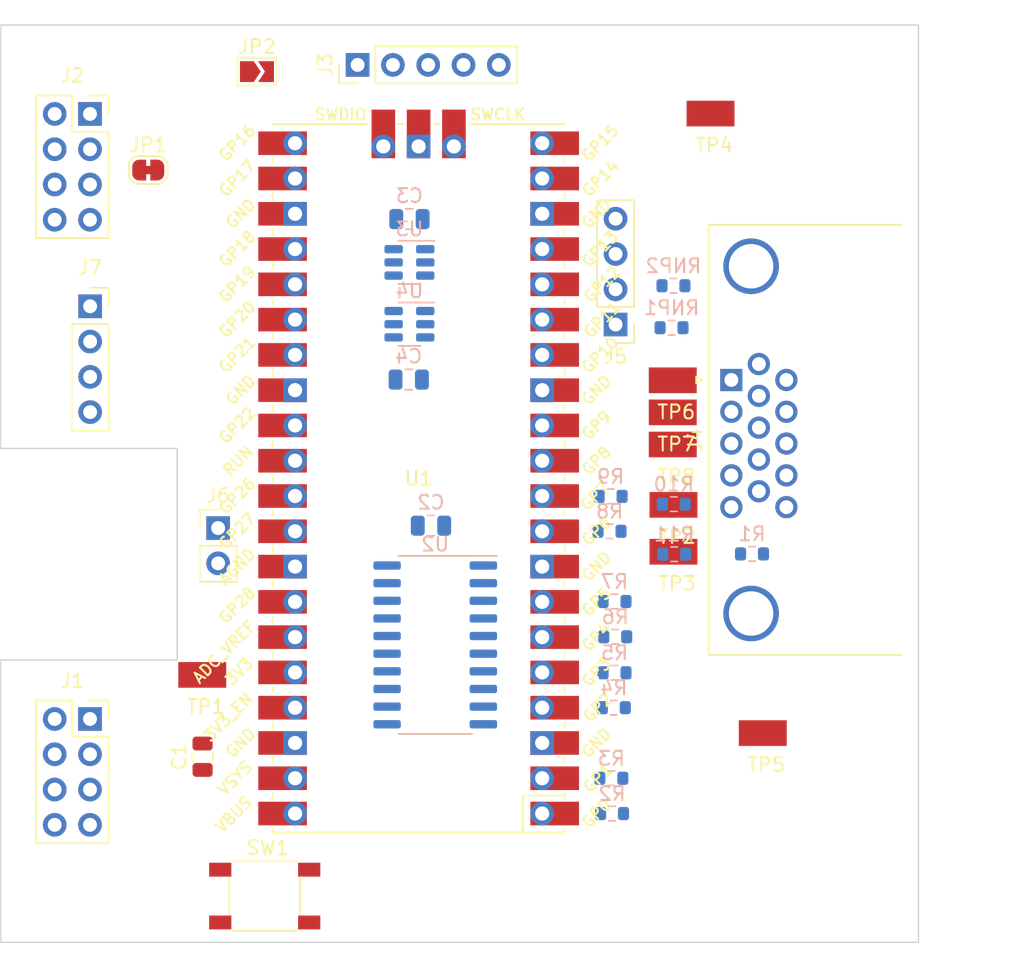
<source format=kicad_pcb>
(kicad_pcb (version 20211014) (generator pcbnew)
  (title_block (title "VGA Proto PCB") (rev "1") (company "twitch.tv/baldengineer"))
  (layers (0 "F.Cu" signal) (31 "B.Cu" signal) (34 "B.Paste" user) (35 "F.Paste" user) (36 "B.SilkS" user "B.Silkscreen") (37 "F.SilkS" user "F.Silkscreen") (38 "B.Mask" user) (39 "F.Mask" user) (44 "Edge.Cuts" user))
  (net 0 "")
  (net 1 "/~{SYNC}")
  (net 2 "/RGB4")
  (net 3 "/RGB1")
  (net 4 "/RGB8")
  (net 5 "/RGB2")
  (net 6 "/SERVIDEO")
  (net 7 "GND")
  (net 8 "/14M")
  (net 9 "/7M")
  (net 10 "/CREF")
  (net 11 "/Q3")
  (net 12 "/PH0")
  (net 13 "/~{RESET}")
  (net 14 "+3V3")
  (net 15 "/SWDIO")
  (net 16 "/SWCLK")
  (net 17 "/RUN")
  (net 18 "/VGA_R")
  (net 19 "/VGA_G")
  (net 20 "/VGA_B")
  (net 22 "Net-(J4-Pad9)")
  (net 24 "/VGA_SDA")
  (net 25 "Net-(J4-Pad13)")
  (net 26 "Net-(J4-Pad14)")
  (net 27 "/VGA_SCL")
  (net 28 "+5V")
  (net 29 "/RED0")
  (net 30 "/RED1")
  (net 31 "/GRN0")
  (net 32 "/GRN1")
  (net 33 "/GRN2")
  (net 34 "/BLU0")
  (net 35 "/BLU1")
  (net 36 "/BLU2")
  (net 37 "/HSYNC")
  (net 38 "/VSYNC")
  (net 39 "/GPIO10")
  (net 40 "/VIN_EN")
  (net 41 "/VID_TX")
  (net 42 "/VID_RX")
  (net 43 "/~{SYNC_RP}")
  (net 44 "/~{WINDOW_RP}")
  (net 45 "/7M_RP")
  (net 46 "/14M_RP")
  (net 47 "/RGB1_RP")
  (net 48 "/RGB2_RP")
  (net 49 "/RGB4_RP")
  (net 50 "/RGB8_RP")
  (net 51 "/~{WINDOW}")
  (net 52 "/~{RESET_RP}")
  (net 55 "VBUS")
  (net 56 "/14M_J")
  (net 57 "/7M_J")
  (net 58 "/PICO_EN")
  (net 59 "/SERVID_RP")
  (net 60 "Net-(U3-Pad3)")
  (net 61 "Net-(U4-Pad3)")
  (net 62 "+3.3V")
  (footprint "My Libraries:Harwin-S1751-46-Test-Point" (layer "F.Cu") (at 88.1634 89.9668)
    (fp_text reference "TP1" (at 0.254 2.286) (layer "F.SilkS"))
    (fp_text value "TestPoint_Harwin")
    (pad "1" smd rect locked (at 0 0) (size 3.45 1.85) (layers "F.Cu" "F.Paste" "F.Mask") (net 58 "/PICO_EN"))
  )
  (footprint "Connector_PinSocket_2.54mm:PinSocket_2x04_P2.54mm_Vertical" (layer "F.Cu") (at 80.0862 93.1418)
    (fp_text reference "J1" (at -1.27 -2.77) (layer "F.SilkS"))
    (fp_text value "RGB Bin")
    (pad "1" thru_hole rect locked (at 0 0) (size 1.7 1.7) (drill 1) (layers *.Cu *.Mask) (net 1 "/~{SYNC}"))
    (pad "2" thru_hole oval locked (at -2.54 0) (size 1.7 1.7) (drill 1) (layers *.Cu *.Mask) (net 2 "/RGB4"))
    (pad "3" thru_hole oval locked (at 0 2.54) (size 1.7 1.7) (drill 1) (layers *.Cu *.Mask) (net 3 "/RGB1"))
    (pad "4" thru_hole oval locked (at -2.54 2.54) (size 1.7 1.7) (drill 1) (layers *.Cu *.Mask) (net 4 "/RGB8"))
    (pad "5" thru_hole oval locked (at 0 5.08) (size 1.7 1.7) (drill 1) (layers *.Cu *.Mask) (net 5 "/RGB2"))
    (pad "6" thru_hole oval locked (at -2.54 5.08) (size 1.7 1.7) (drill 1) (layers *.Cu *.Mask) (net 6 "/SERVIDEO"))
    (pad "7" thru_hole oval locked (at 0 7.62) (size 1.7 1.7) (drill 1) (layers *.Cu *.Mask) (net 7 "GND"))
    (pad "8" thru_hole oval locked (at -2.54 7.62) (size 1.7 1.7) (drill 1) (layers *.Cu *.Mask) (net 7 "GND"))
  )
  (footprint "My Libraries:Harwin-S1751-46-Test-Point" (layer "F.Cu") (at 122.0724 77.724)
    (fp_text reference "TP2" (at 0.254 2.286) (layer "F.SilkS"))
    (fp_text value "TestPoint_Harwin")
    (pad "1" smd rect locked (at 0 0) (size 3.45 1.85) (layers "F.Cu" "F.Paste" "F.Mask") (net 37 "/HSYNC"))
  )
  (footprint "My Libraries:Harwin-S1751-46-Test-Point" (layer "F.Cu") (at 122.0216 73.3806)
    (fp_text reference "TP8" (at 0.254 2.286) (layer "F.SilkS"))
    (fp_text value "TestPoint_Harwin")
    (pad "1" smd rect locked (at 0 0) (size 3.45 1.85) (layers "F.Cu" "F.Paste" "F.Mask") (net 20 "/VGA_B"))
  )
  (footprint "Jumper:SolderJumper-2_P1.3mm_Open_TrianglePad1.0x1.5mm" (layer "F.Cu") (at 92.1004 46.5328)
    (fp_text reference "JP2" (at 0 -1.8) (layer "F.SilkS"))
    (fp_text value "7M")
    (pad "1" smd custom locked (at -0.725 0) (size 0.3 0.3) (layers "F.Cu" "F.Mask") (net 9 "/7M") (options (clearance outline) (anchor rect)) (primitives (gr_poly (pts (xy 1 0) (xy 0.5 0.75) (xy -0.5 0.75) (xy -0.5 -0.75) (xy 0.5 -0.75)) (width 0) (fill yes))))
    (pad "2" smd custom locked (at 0.725 0) (size 0.3 0.3) (layers "F.Cu" "F.Mask") (net 57 "/7M_J") (options (clearance outline) (anchor rect)) (primitives (gr_poly (pts (xy 0.5 0.75) (xy -0.65 0.75) (xy -0.15 0) (xy -0.65 -0.75) (xy 0.5 -0.75)) (width 0) (fill yes))))
  )
  (footprint "Connector_PinHeader_2.54mm:PinHeader_1x04_P2.54mm_Vertical" (layer "F.Cu") (at 117.9068 64.7446 180)
    (fp_text reference "J5" (at 0 -2.33) (layer "F.SilkS"))
    (fp_text value "VID_TXRX")
    (pad "1" thru_hole rect locked (at 0 0 180) (size 1.7 1.7) (drill 1) (layers *.Cu *.Mask) (net 40 "/VIN_EN"))
    (pad "2" thru_hole oval locked (at 0 2.54 180) (size 1.7 1.7) (drill 1) (layers *.Cu *.Mask) (net 41 "/VID_TX"))
    (pad "3" thru_hole oval locked (at 0 5.08 180) (size 1.7 1.7) (drill 1) (layers *.Cu *.Mask) (net 42 "/VID_RX"))
    (pad "4" thru_hole oval locked (at 0 7.62 180) (size 1.7 1.7) (drill 1) (layers *.Cu *.Mask) (net 7 "GND"))
  )
  (footprint "Connector_PinSocket_2.54mm:PinSocket_1x04_P2.54mm_Vertical" (layer "F.Cu") (at 80.0962 63.4288)
    (fp_text reference "J7" (at 0 -2.77) (layer "F.SilkS"))
    (fp_text value "5V")
    (pad "1" thru_hole rect locked (at 0 0) (size 1.7 1.7) (drill 1) (layers *.Cu *.Mask) (net 28 "+5V"))
    (pad "2" thru_hole oval locked (at 0 2.54) (size 1.7 1.7) (drill 1) (layers *.Cu *.Mask) (net 28 "+5V"))
    (pad "3" thru_hole oval locked (at 0 5.08) (size 1.7 1.7) (drill 1) (layers *.Cu *.Mask) (net 7 "GND"))
    (pad "4" thru_hole oval locked (at 0 7.62) (size 1.7 1.7) (drill 1) (layers *.Cu *.Mask) (net 7 "GND"))
  )
  (footprint "My Libraries:Harwin-S1751-46-Test-Point" (layer "F.Cu") (at 122.0724 81.1022)
    (fp_text reference "TP3" (at 0.254 2.286) (layer "F.SilkS"))
    (fp_text value "TestPoint_Harwin")
    (pad "1" smd rect locked (at 0 0) (size 3.45 1.85) (layers "F.Cu" "F.Paste" "F.Mask") (net 38 "/VSYNC"))
  )
  (footprint "My Libraries:Harwin-S1751-46-Test-Point" (layer "F.Cu") (at 124.7394 49.5554)
    (fp_text reference "TP4" (at 0.254 2.286) (layer "F.SilkS"))
    (fp_text value "TestPoint_Harwin")
    (pad "1" smd rect locked (at 0 0) (size 3.45 1.85) (layers "F.Cu" "F.Paste" "F.Mask") (net 7 "GND"))
  )
  (footprint "Connector_PinHeader_2.54mm:PinHeader_1x02_P2.54mm_Vertical" (layer "F.Cu") (at 89.3064 79.3954)
    (fp_text reference "J6" (at 0 -2.33) (layer "F.SilkS"))
    (fp_text value "WIN")
    (pad "1" thru_hole rect locked (at 0 0) (size 1.7 1.7) (drill 1) (layers *.Cu *.Mask) (net 51 "/~{WINDOW}"))
    (pad "2" thru_hole oval locked (at 0 2.54) (size 1.7 1.7) (drill 1) (layers *.Cu *.Mask) (net 7 "GND"))
  )
  (footprint "RPi_Pico:RPi_Pico_SMD_TH" (layer "F.Cu") (at 103.7336 75.819 180)
    (fp_text reference "U1" (at 0 0) (layer "F.SilkS"))
    (fp_text value "Pico")
    (fp_text user "GP6" (at -12.8 -3.81 45) (layer "F.SilkS") (effects (font (size 0.8 0.8))))
    (fp_text user "VSYS" (at 13.2 -21.59 45) (layer "F.SilkS") (effects (font (size 0.8 0.8))))
    (fp_text user "GP9" (at -12.8 3.81 45) (layer "F.SilkS") (effects (font (size 0.8 0.8))))
    (fp_text user "GP21" (at 13.054 8.9 45) (layer "F.SilkS") (effects (font (size 0.8 0.8))))
    (fp_text user "GND" (at -12.8 6.35 45) (layer "F.SilkS") (effects (font (size 0.8 0.8))))
    (fp_text user "GP16" (at 13.054 24.13 45) (layer "F.SilkS") (effects (font (size 0.8 0.8))))
    (fp_text user "GND" (at 12.8 -19.05 45) (layer "F.SilkS") (effects (font (size 0.8 0.8))))
    (fp_text user "GP8" (at -12.8 1.27 45) (layer "F.SilkS") (effects (font (size 0.8 0.8))))
    (fp_text user "GP17" (at 13.054 21.59 45) (layer "F.SilkS") (effects (font (size 0.8 0.8))))
    (fp_text user "GND" (at -12.8 -19.05 45) (layer "F.SilkS") (effects (font (size 0.8 0.8))))
    (fp_text user "GP14" (at -13.1 21.59 45) (layer "F.SilkS") (effects (font (size 0.8 0.8))))
    (fp_text user "3V3" (at 12.9 -13.9 45) (layer "F.SilkS") (effects (font (size 0.8 0.8))))
    (fp_text user "GP4" (at -12.8 -11.43 45) (layer "F.SilkS") (effects (font (size 0.8 0.8))))
    (fp_text user "GP26" (at 13.054 -1.27 45) (layer "F.SilkS") (effects (font (size 0.8 0.8))))
    (fp_text user "GP19" (at 13.054 13.97 45) (layer "F.SilkS") (effects (font (size 0.8 0.8))))
    (fp_text user "GP15" (at -13.054 24.13 45) (layer "F.SilkS") (effects (font (size 0.8 0.8))))
    (fp_text user "SWCLK" (at -5.7 26.2) (layer "F.SilkS") (effects (font (size 0.8 0.8))))
    (fp_text user "GP1" (at -12.9 -21.6 45) (layer "F.SilkS") (effects (font (size 0.8 0.8))))
    (fp_text user "GND" (at -12.8 19.05 45) (layer "F.SilkS") (effects (font (size 0.8 0.8))))
    (fp_text user "GND" (at 12.8 19.05 45) (layer "F.SilkS") (effects (font (size 0.8 0.8))))
    (fp_text user "RUN" (at 13 1.27 45) (layer "F.SilkS") (effects (font (size 0.8 0.8))))
    (fp_text user "GP13" (at -13.054 16.51 45) (layer "F.SilkS") (effects (font (size 0.8 0.8))))
    (fp_text user "SWDIO" (at 5.6 26.2) (layer "F.SilkS") (effects (font (size 0.8 0.8))))
    (fp_text user "GP22" (at 13.054 3.81 45) (layer "F.SilkS") (effects (font (size 0.8 0.8))))
    (fp_text user "AGND" (at 13.054 -6.35 45) (layer "F.SilkS") (effects (font (size 0.8 0.8))))
    (fp_text user "ADC_VREF" (at 14 -12.5 45) (layer "F.SilkS") (effects (font (size 0.8 0.8))))
    (fp_text user "VBUS" (at 13.3 -24.2 45) (layer "F.SilkS") (effects (font (size 0.8 0.8))))
    (fp_text user "GP27" (at 13.054 -3.8 45) (layer "F.SilkS") (effects (font (size 0.8 0.8))))
    (fp_text user "GP7" (at -12.7 -1.3 45) (layer "F.SilkS") (effects (font (size 0.8 0.8))))
    (fp_text user "GP12" (at -13.2 13.97 45) (layer "F.SilkS") (effects (font (size 0.8 0.8))))
    (fp_text user "GP5" (at -12.8 -8.89 45) (layer "F.SilkS") (effects (font (size 0.8 0.8))))
    (fp_text user "GP10" (at -13.054 8.89 45) (layer "F.SilkS") (effects (font (size 0.8 0.8))))
    (fp_text user "GP20" (at 13.054 11.43 45) (layer "F.SilkS") (effects (font (size 0.8 0.8))))
    (fp_text user "GP0" (at -12.8 -24.13 45) (layer "F.SilkS") (effects (font (size 0.8 0.8))))
    (fp_text user "GP3" (at -12.8 -13.97 45) (layer "F.SilkS") (effects (font (size 0.8 0.8))))
    (fp_text user "3V3_EN" (at 13.7 -17.2 45) (layer "F.SilkS") (effects (font (size 0.8 0.8))))
    (fp_text user "GP11" (at -13.2 11.43 45) (layer "F.SilkS") (effects (font (size 0.8 0.8))))
    (fp_text user "GP2" (at -12.9 -16.51 45) (layer "F.SilkS") (effects (font (size 0.8 0.8))))
    (fp_text user "GP28" (at 13.054 -9.144 45) (layer "F.SilkS") (effects (font (size 0.8 0.8))))
    (fp_text user "GND" (at -12.8 -6.35 45) (layer "F.SilkS") (effects (font (size 0.8 0.8))))
    (fp_text user "GND" (at 12.8 6.35 45) (layer "F.SilkS") (effects (font (size 0.8 0.8))))
    (fp_text user "GP18" (at 13.054 16.51 45) (layer "F.SilkS") (effects (font (size 0.8 0.8))))
    (pad "" np_thru_hole oval locked (at -2.725 -24 180) (size 1.8 1.8) (drill 1.8) (layers *.Cu *.Mask))
    (pad "" np_thru_hole oval locked (at 2.425 -20.97 180) (size 1.5 1.5) (drill 1.5) (layers *.Cu *.Mask))
    (pad "" np_thru_hole oval locked (at -2.425 -20.97 180) (size 1.5 1.5) (drill 1.5) (layers *.Cu *.Mask))
    (pad "" np_thru_hole oval locked (at 2.725 -24 180) (size 1.8 1.8) (drill 1.8) (layers *.Cu *.Mask))
    (pad "1" thru_hole oval locked (at -8.89 -24.13 180) (size 1.7 1.7) (drill 1.02) (layers *.Cu *.Mask) (net 29 "/RED0"))
    (pad "1" smd rect locked (at -8.89 -24.13 180) (size 3.5 1.7) (drill (offset -0.9 0)) (layers "F.Cu" "F.Mask") (net 29 "/RED0"))
    (pad "2" thru_hole oval locked (at -8.89 -21.59 180) (size 1.7 1.7) (drill 1.02) (layers *.Cu *.Mask) (net 30 "/RED1"))
    (pad "2" smd rect locked (at -8.89 -21.59 180) (size 3.5 1.7) (drill (offset -0.9 0)) (layers "F.Cu" "F.Mask") (net 30 "/RED1"))
    (pad "3" thru_hole rect locked (at -8.89 -19.05 180) (size 1.7 1.7) (drill 1.02) (layers *.Cu *.Mask) (net 7 "GND"))
    (pad "3" smd rect locked (at -8.89 -19.05 180) (size 3.5 1.7) (drill (offset -0.9 0)) (layers "F.Cu" "F.Mask") (net 7 "GND"))
    (pad "4" thru_hole oval locked (at -8.89 -16.51 180) (size 1.7 1.7) (drill 1.02) (layers *.Cu *.Mask) (net 31 "/GRN0"))
    (pad "4" smd rect locked (at -8.89 -16.51 180) (size 3.5 1.7) (drill (offset -0.9 0)) (layers "F.Cu" "F.Mask") (net 31 "/GRN0"))
    (pad "5" smd rect locked (at -8.89 -13.97 180) (size 3.5 1.7) (drill (offset -0.9 0)) (layers "F.Cu" "F.Mask") (net 32 "/GRN1"))
    (pad "5" thru_hole oval locked (at -8.89 -13.97 180) (size 1.7 1.7) (drill 1.02) (layers *.Cu *.Mask) (net 32 "/GRN1"))
    (pad "6" thru_hole oval locked (at -8.89 -11.43 180) (size 1.7 1.7) (drill 1.02) (layers *.Cu *.Mask) (net 33 "/GRN2"))
    (pad "6" smd rect locked (at -8.89 -11.43 180) (size 3.5 1.7) (drill (offset -0.9 0)) (layers "F.Cu" "F.Mask") (net 33 "/GRN2"))
    (pad "7" thru_hole oval locked (at -8.89 -8.89 180) (size 1.7 1.7) (drill 1.02) (layers *.Cu *.Mask) (net 34 "/BLU0"))
    (pad "7" smd rect locked (at -8.89 -8.89 180) (size 3.5 1.7) (drill (offset -0.9 0)) (layers "F.Cu" "F.Mask") (net 34 "/BLU0"))
    (pad "8" smd rect locked (at -8.89 -6.35 180) (size 3.5 1.7) (drill (offset -0.9 0)) (layers "F.Cu" "F.Mask") (net 7 "GND"))
    (pad "8" thru_hole rect locked (at -8.89 -6.35 180) (size 1.7 1.7) (drill 1.02) (layers *.Cu *.Mask) (net 7 "GND"))
    (pad "9" thru_hole oval locked (at -8.89 -3.81 180) (size 1.7 1.7) (drill 1.02) (layers *.Cu *.Mask) (net 35 "/BLU1"))
    (pad "9" smd rect locked (at -8.89 -3.81 180) (size 3.5 1.7) (drill (offset -0.9 0)) (layers "F.Cu" "F.Mask") (net 35 "/BLU1"))
    (pad "10" thru_hole oval locked (at -8.89 -1.27 180) (size 1.7 1.7) (drill 1.02) (layers *.Cu *.Mask) (net 36 "/BLU2"))
    (pad "10" smd rect locked (at -8.89 -1.27 180) (size 3.5 1.7) (drill (offset -0.9 0)) (layers "F.Cu" "F.Mask") (net 36 "/BLU2"))
    (pad "11" thru_hole oval locked (at -8.89 1.27 180) (size 1.7 1.7) (drill 1.02) (layers *.Cu *.Mask) (net 37 "/HSYNC"))
    (pad "11" smd rect locked (at -8.89 1.27 180) (size 3.5 1.7) (drill (offset -0.9 0)) (layers "F.Cu" "F.Mask") (net 37 "/HSYNC"))
    (pad "12" thru_hole oval locked (at -8.89 3.81 180) (size 1.7 1.7) (drill 1.02) (layers *.Cu *.Mask) (net 38 "/VSYNC"))
    (pad "12" smd rect locked (at -8.89 3.81 180) (size 3.5 1.7) (drill (offset -0.9 0)) (layers "F.Cu" "F.Mask") (net 38 "/VSYNC"))
    (pad "13" thru_hole rect locked (at -8.89 6.35 180) (size 1.7 1.7) (drill 1.02) (layers *.Cu *.Mask) (net 7 "GND"))
    (pad "13" smd rect locked (at -8.89 6.35 180) (size 3.5 1.7) (drill (offset -0.9 0)) (layers "F.Cu" "F.Mask") (net 7 "GND"))
    (pad "14" smd rect locked (at -8.89 8.89 180) (size 3.5 1.7) (drill (offset -0.9 0)) (layers "F.Cu" "F.Mask") (net 39 "/GPIO10"))
    (pad "14" thru_hole oval locked (at -8.89 8.89 180) (size 1.7 1.7) (drill 1.02) (layers *.Cu *.Mask) (net 39 "/GPIO10"))
    (pad "15" thru_hole oval locked (at -8.89 11.43 180) (size 1.7 1.7) (drill 1.02) (layers *.Cu *.Mask) (net 40 "/VIN_EN"))
    (pad "15" smd rect locked (at -8.89 11.43 180) (size 3.5 1.7) (drill (offset -0.9 0)) (layers "F.Cu" "F.Mask") (net 40 "/VIN_EN"))
    (pad "16" thru_hole oval locked (at -8.89 13.97 180) (size 1.7 1.7) (drill 1.02) (layers *.Cu *.Mask) (net 41 "/VID_TX"))
    (pad "16" smd rect locked (at -8.89 13.97 180) (size 3.5 1.7) (drill (offset -0.9 0)) (layers "F.Cu" "F.Mask") (net 41 "/VID_TX"))
    (pad "17" smd rect locked (at -8.89 16.51 180) (size 3.5 1.7) (drill (offset -0.9 0)) (layers "F.Cu" "F.Mask") (net 42 "/VID_RX"))
    (pad "17" thru_hole oval locked (at -8.89 16.51 180) (size 1.7 1.7) (drill 1.02) (layers *.Cu *.Mask) (net 42 "/VID_RX"))
    (pad "18" thru_hole rect locked (at -8.89 19.05 180) (size 1.7 1.7) (drill 1.02) (layers *.Cu *.Mask) (net 7 "GND"))
    (pad "18" smd rect locked (at -8.89 19.05 180) (size 3.5 1.7) (drill (offset -0.9 0)) (layers "F.Cu" "F.Mask") (net 7 "GND"))
    (pad "19" smd rect locked (at -8.89 21.59 180) (size 3.5 1.7) (drill (offset -0.9 0)) (layers "F.Cu" "F.Mask") (net 43 "/~{SYNC_RP}"))
    (pad "19" thru_hole oval locked (at -8.89 21.59 180) (size 1.7 1.7) (drill 1.02) (layers *.Cu *.Mask) (net 43 "/~{SYNC_RP}"))
    (pad "20" thru_hole oval locked (at -8.89 24.13 180) (size 1.7 1.7) (drill 1.02) (layers *.Cu *.Mask) (net 44 "/~{WINDOW_RP}"))
    (pad "20" smd rect locked (at -8.89 24.13 180) (size 3.5 1.7) (drill (offset -0.9 0)) (layers "F.Cu" "F.Mask") (net 44 "/~{WINDOW_RP}"))
    (pad "21" smd rect locked (at 8.89 24.13 180) (size 3.5 1.7) (drill (offset 0.9 0)) (layers "F.Cu" "F.Mask") (net 45 "/7M_RP"))
    (pad "21" thru_hole oval locked (at 8.89 24.13 180) (size 1.7 1.7) (drill 1.02) (layers *.Cu *.Mask) (net 45 "/7M_RP"))
    (pad "22" smd rect locked (at 8.89 21.59 180) (size 3.5 1.7) (drill (offset 0.9 0)) (layers "F.Cu" "F.Mask") (net 46 "/14M_RP"))
    (pad "22" thru_hole oval locked (at 8.89 21.59 180) (size 1.7 1.7) (drill 1.02) (layers *.Cu *.Mask) (net 46 "/14M_RP"))
    (pad "23" smd rect locked (at 8.89 19.05 180) (size 3.5 1.7) (drill (offset 0.9 0)) (layers "F.Cu" "F.Mask") (net 7 "GND"))
    (pad "23" thru_hole rect locked (at 8.89 19.05 180) (size 1.7 1.7) (drill 1.02) (layers *.Cu *.Mask) (net 7 "GND"))
    (pad "24" thru_hole oval locked (at 8.89 16.51 180) (size 1.7 1.7) (drill 1.02) (layers *.Cu *.Mask) (net 47 "/RGB1_RP"))
    (pad "24" smd rect locked (at 8.89 16.51 180) (size 3.5 1.7) (drill (offset 0.9 0)) (layers "F.Cu" "F.Mask") (net 47 "/RGB1_RP"))
    (pad "25" thru_hole oval locked (at 8.89 13.97 180) (size 1.7 1.7) (drill 1.02) (layers *.Cu *.Mask) (net 48 "/RGB2_RP"))
    (pad "25" smd rect locked (at 8.89 13.97 180) (size 3.5 1.7) (drill (offset 0.9 0)) (layers "F.Cu" "F.Mask") (net 48 "/RGB2_RP"))
    (pad "26" thru_hole oval locked (at 8.89 11.43 180) (size 1.7 1.7) (drill 1.02) (layers *.Cu *.Mask) (net 49 "/RGB4_RP"))
    (pad "26" smd rect locked (at 8.89 11.43 180) (size 3.5 1.7) (drill (offset 0.9 0)) (layers "F.Cu" "F.Mask") (net 49 "/RGB4_RP"))
    (pad "27" thru_hole oval locked (at 8.89 8.89 180) (size 1.7 1.7) (drill 1.02) (layers *.Cu *.Mask) (net 50 "/RGB8_RP"))
    (pad "27" smd rect locked (at 8.89 8.89 180) (size 3.5 1.7) (drill (offset 0.9 0)) (layers "F.Cu" "F.Mask") (net 50 "/RGB8_RP"))
    (pad "28" smd rect locked (at 8.89 6.35 180) (size 3.5 1.7) (drill (offset 0.9 0)) (layers "F.Cu" "F.Mask") (net 7 "GND"))
    (pad "28" thru_hole rect locked (at 8.89 6.35 180) (size 1.7 1.7) (drill 1.02) (layers *.Cu *.Mask) (net 7 "GND"))
    (pad "29" smd rect locked (at 8.89 3.81 180) (size 3.5 1.7) (drill (offset 0.9 0)) (layers "F.Cu" "F.Mask") (net 59 "/SERVID_RP"))
    (pad "29" thru_hole oval locked (at 8.89 3.81 180) (size 1.7 1.7) (drill 1.02) (layers *.Cu *.Mask) (net 59 "/SERVID_RP"))
    (pad "30" thru_hole oval locked (at 8.89 1.27 180) (size 1.7 1.7) (drill 1.02) (layers *.Cu *.Mask) (net 17 "/RUN"))
    (pad "30" smd rect locked (at 8.89 1.27 180) (size 3.5 1.7) (drill (offset 0.9 0)) (layers "F.Cu" "F.Mask") (net 17 "/RUN"))
    (pad "31" thru_hole oval locked (at 8.89 -1.27 180) (size 1.7 1.7) (drill 1.02) (layers *.Cu *.Mask) (net 24 "/VGA_SDA"))
    (pad "31" smd rect locked (at 8.89 -1.27 180) (size 3.5 1.7) (drill (offset 0.9 0)) (layers "F.Cu" "F.Mask") (net 24 "/VGA_SDA"))
    (pad "32" smd rect locked (at 8.89 -3.81 180) (size 3.5 1.7) (drill (offset 0.9 0)) (layers "F.Cu" "F.Mask") (net 27 "/VGA_SCL"))
    (pad "32" thru_hole oval locked (at 8.89 -3.81 180) (size 1.7 1.7) (drill 1.02) (layers *.Cu *.Mask) (net 27 "/VGA_SCL"))
    (pad "33" smd rect locked (at 8.89 -6.35 180) (size 3.5 1.7) (drill (offset 0.9 0)) (layers "F.Cu" "F.Mask") (net 7 "GND"))
    (pad "33" thru_hole rect locked (at 8.89 -6.35 180) (size 1.7 1.7) (drill 1.02) (layers *.Cu *.Mask) (net 7 "GND"))
    (pad "34" thru_hole oval locked (at 8.89 -8.89 180) (size 1.7 1.7) (drill 1.02) (layers *.Cu *.Mask) (net 52 "/~{RESET_RP}"))
    (pad "34" smd rect locked (at 8.89 -8.89 180) (size 3.5 1.7) (drill (offset 0.9 0)) (layers "F.Cu" "F.Mask") (net 52 "/~{RESET_RP}"))
    (pad "35" smd rect locked (at 8.89 -11.43 180) (size 3.5 1.7) (drill (offset 0.9 0)) (layers "F.Cu" "F.Mask"))
    (pad "35" thru_hole oval locked (at 8.89 -11.43 180) (size 1.7 1.7) (drill 1.02) (layers *.Cu *.Mask))
    (pad "36" smd rect locked (at 8.89 -13.97 180) (size 3.5 1.7) (drill (offset 0.9 0)) (layers "F.Cu" "F.Mask") (net 14 "+3V3"))
    (pad "36" thru_hole oval locked (at 8.89 -13.97 180) (size 1.7 1.7) (drill 1.02) (layers *.Cu *.Mask) (net 14 "+3V3"))
    (pad "37" smd rect locked (at 8.89 -16.51 180) (size 3.5 1.7) (drill (offset 0.9 0)) (layers "F.Cu" "F.Mask"))
    (pad "37" thru_hole oval locked (at 8.89 -16.51 180) (size 1.7 1.7) (drill 1.02) (layers *.Cu *.Mask))
    (pad "38" smd rect locked (at 8.89 -19.05 180) (size 3.5 1.7) (drill (offset 0.9 0)) (layers "F.Cu" "F.Mask") (net 7 "GND"))
    (pad "38" thru_hole rect locked (at 8.89 -19.05 180) (size 1.7 1.7) (drill 1.02) (layers *.Cu *.Mask) (net 7 "GND"))
    (pad "39" smd rect locked (at 8.89 -21.59 180) (size 3.5 1.7) (drill (offset 0.9 0)) (layers "F.Cu" "F.Mask") (net 28 "+5V"))
    (pad "39" thru_hole oval locked (at 8.89 -21.59 180) (size 1.7 1.7) (drill 1.02) (layers *.Cu *.Mask) (net 28 "+5V"))
    (pad "40" smd rect locked (at 8.89 -24.13 180) (size 3.5 1.7) (drill (offset 0.9 0)) (layers "F.Cu" "F.Mask") (net 55 "VBUS"))
    (pad "40" thru_hole oval locked (at 8.89 -24.13 180) (size 1.7 1.7) (drill 1.02) (layers *.Cu *.Mask) (net 55 "VBUS"))
    (pad "41" smd rect locked (at -2.54 23.9 270) (size 3.5 1.7) (drill (offset -0.9 0)) (layers "F.Cu" "F.Mask") (net 16 "/SWCLK"))
    (pad "41" thru_hole oval locked (at -2.54 23.9 180) (size 1.7 1.7) (drill 1.02) (layers *.Cu *.Mask) (net 16 "/SWCLK"))
    (pad "42" smd rect locked (at 0 23.9 270) (size 3.5 1.7) (drill (offset -0.9 0)) (layers "F.Cu" "F.Mask") (net 7 "GND"))
    (pad "42" thru_hole rect locked (at 0 23.9 180) (size 1.7 1.7) (drill 1.02) (layers *.Cu *.Mask) (net 7 "GND"))
    (pad "43" thru_hole oval locked (at 2.54 23.9 180) (size 1.7 1.7) (drill 1.02) (layers *.Cu *.Mask) (net 15 "/SWDIO"))
    (pad "43" smd rect locked (at 2.54 23.9 270) (size 3.5 1.7) (drill (offset -0.9 0)) (layers "F.Cu" "F.Mask") (net 15 "/SWDIO"))
  )
  (footprint "My Libraries:Harwin-S1751-46-Test-Point" (layer "F.Cu") (at 122.0216 68.7578)
    (fp_text reference "TP6" (at 0.254 2.286) (layer "F.SilkS"))
    (fp_text value "TestPoint_Harwin")
    (pad "1" smd rect locked (at 0 0) (size 3.45 1.85) (layers "F.Cu" "F.Paste" "F.Mask") (net 18 "/VGA_R"))
  )
  (footprint "My Libraries:Harwin-S1751-46-Test-Point" (layer "F.Cu") (at 128.4986 94.1578)
    (fp_text reference "TP5" (at 0.254 2.286) (layer "F.SilkS"))
    (fp_text value "TestPoint_Harwin")
    (pad "1" smd rect locked (at 0 0) (size 3.45 1.85) (layers "F.Cu" "F.Paste" "F.Mask") (net 7 "GND"))
  )
  (footprint "Capacitor_SMD:C_0805_2012Metric" (layer "F.Cu") (at 88.1888 95.8596 90)
    (fp_text reference "C1" (at 0 -1.68 90) (layer "F.SilkS"))
    (fp_text value "10u")
    (pad "1" smd roundrect locked (at -0.95 0 90) (size 1 1.45) (layers "F.Cu" "F.Paste" "F.Mask") (net 28 "+5V"))
    (pad "2" smd roundrect locked (at 0.95 0 90) (size 1 1.45) (layers "F.Cu" "F.Paste" "F.Mask") (net 7 "GND"))
  )
  (footprint "My Libraries:Harwin-S1751-46-Test-Point" (layer "F.Cu") (at 122.0216 71.0692)
    (fp_text reference "TP7" (at 0.254 2.286) (layer "F.SilkS"))
    (fp_text value "TestPoint_Harwin")
    (pad "1" smd rect locked (at 0 0) (size 3.45 1.85) (layers "F.Cu" "F.Paste" "F.Mask") (net 19 "/VGA_G"))
  )
  (footprint "My Libraries:SW_Push_CK_PTS525_SM15" (layer "F.Cu") (at 92.6592 105.8926)
    (fp_text reference "SW1" (at 0.2159 -3.4671) (layer "F.SilkS"))
    (fp_text value "RESET")
    (pad "1" smd rect locked (at -3.2 -1.9) (size 1.6 1) (layers "F.Cu" "F.Paste" "F.Mask") (net 17 "/RUN"))
    (pad "1" smd rect locked (at 3.2 -1.9) (size 1.6 1) (layers "F.Cu" "F.Paste" "F.Mask") (net 17 "/RUN"))
    (pad "2" smd rect locked (at 3.2 1.9) (size 1.6 1) (layers "F.Cu" "F.Paste" "F.Mask") (net 7 "GND"))
    (pad "2" smd rect locked (at -3.2 1.9) (size 1.6 1) (layers "F.Cu" "F.Paste" "F.Mask") (net 7 "GND"))
  )
  (footprint "Connector_PinSocket_2.54mm:PinSocket_2x04_P2.54mm_Vertical" (layer "F.Cu") (at 80.0862 49.5808)
    (fp_text reference "J2" (at -1.27 -2.77) (layer "F.SilkS"))
    (fp_text value "CLKS")
    (pad "1" thru_hole rect locked (at 0 0) (size 1.7 1.7) (drill 1) (layers *.Cu *.Mask) (net 8 "/14M"))
    (pad "2" thru_hole oval locked (at -2.54 0) (size 1.7 1.7) (drill 1) (layers *.Cu *.Mask) (net 9 "/7M"))
    (pad "3" thru_hole oval locked (at 0 2.54) (size 1.7 1.7) (drill 1) (layers *.Cu *.Mask) (net 10 "/CREF"))
    (pad "4" thru_hole oval locked (at -2.54 2.54) (size 1.7 1.7) (drill 1) (layers *.Cu *.Mask) (net 11 "/Q3"))
    (pad "5" thru_hole oval locked (at 0 5.08) (size 1.7 1.7) (drill 1) (layers *.Cu *.Mask) (net 12 "/PH0"))
    (pad "6" thru_hole oval locked (at -2.54 5.08) (size 1.7 1.7) (drill 1) (layers *.Cu *.Mask) (net 13 "/~{RESET}"))
    (pad "7" thru_hole oval locked (at 0 7.62) (size 1.7 1.7) (drill 1) (layers *.Cu *.Mask) (net 7 "GND"))
    (pad "8" thru_hole oval locked (at -2.54 7.62) (size 1.7 1.7) (drill 1) (layers *.Cu *.Mask) (net 7 "GND"))
  )
  (footprint "Connector_Dsub:DSUB-15-HD_Female_Horizontal_P2.29x1.98mm_EdgePinOffset8.35mm_Housed_MountingHolesOffset10.89mm" (layer "F.Cu") (at 126.238 68.7324 90)
    (fp_text reference "J4" (at -4.315 -2.58 90) (layer "F.SilkS"))
    (fp_text value "L77HDE15SD1CH4F")
    (pad "0" thru_hole circle locked (at -16.815 1.42 90) (size 4 4) (drill 3.2) (layers *.Cu *.Mask) (net 7 "GND"))
    (pad "0" thru_hole circle locked (at 8.185 1.42 90) (size 4 4) (drill 3.2) (layers *.Cu *.Mask) (net 7 "GND"))
    (pad "1" thru_hole rect locked (at 0 0 90) (size 1.6 1.6) (drill 1) (layers *.Cu *.Mask) (net 18 "/VGA_R"))
    (pad "2" thru_hole circle locked (at -2.29 0 90) (size 1.6 1.6) (drill 1) (layers *.Cu *.Mask) (net 19 "/VGA_G"))
    (pad "3" thru_hole circle locked (at -4.58 0 90) (size 1.6 1.6) (drill 1) (layers *.Cu *.Mask) (net 20 "/VGA_B"))
    (pad "4" thru_hole circle locked (at -6.87 0 90) (size 1.6 1.6) (drill 1) (layers *.Cu *.Mask))
    (pad "5" thru_hole circle locked (at -9.16 0 90) (size 1.6 1.6) (drill 1) (layers *.Cu *.Mask) (net 7 "GND"))
    (pad "6" thru_hole circle locked (at 1.145 1.98 90) (size 1.6 1.6) (drill 1) (layers *.Cu *.Mask) (net 7 "GND"))
    (pad "7" thru_hole circle locked (at -1.145 1.98 90) (size 1.6 1.6) (drill 1) (layers *.Cu *.Mask) (net 7 "GND"))
    (pad "8" thru_hole circle locked (at -3.435 1.98 90) (size 1.6 1.6) (drill 1) (layers *.Cu *.Mask) (net 7 "GND"))
    (pad "9" thru_hole circle locked (at -5.725 1.98 90) (size 1.6 1.6) (drill 1) (layers *.Cu *.Mask) (net 22 "Net-(J4-Pad9)"))
    (pad "10" thru_hole circle locked (at -8.015 1.98 90) (size 1.6 1.6) (drill 1) (layers *.Cu *.Mask) (net 7 "GND"))
    (pad "11" thru_hole circle locked (at 0 3.96 90) (size 1.6 1.6) (drill 1) (layers *.Cu *.Mask))
    (pad "12" thru_hole circle locked (at -2.29 3.96 90) (size 1.6 1.6) (drill 1) (layers *.Cu *.Mask) (net 24 "/VGA_SDA"))
    (pad "13" thru_hole circle locked (at -4.58 3.96 90) (size 1.6 1.6) (drill 1) (layers *.Cu *.Mask) (net 25 "Net-(J4-Pad13)"))
    (pad "14" thru_hole circle locked (at -6.87 3.96 90) (size 1.6 1.6) (drill 1) (layers *.Cu *.Mask) (net 26 "Net-(J4-Pad14)"))
    (pad "15" thru_hole circle locked (at -9.16 3.96 90) (size 1.6 1.6) (drill 1) (layers *.Cu *.Mask) (net 27 "/VGA_SCL"))
  )
  (footprint "Connector_PinHeader_2.54mm:PinHeader_1x05_P2.54mm_Vertical" (layer "F.Cu") (at 99.3444 46.0502 90)
    (fp_text reference "J3" (at 0 -2.33 90) (layer "F.SilkS"))
    (fp_text value "Conn_01x05")
    (pad "1" thru_hole rect locked (at 0 0 90) (size 1.7 1.7) (drill 1) (layers *.Cu *.Mask) (net 14 "+3V3"))
    (pad "2" thru_hole oval locked (at 0 2.54 90) (size 1.7 1.7) (drill 1) (layers *.Cu *.Mask) (net 15 "/SWDIO"))
    (pad "3" thru_hole oval locked (at 0 5.08 90) (size 1.7 1.7) (drill 1) (layers *.Cu *.Mask) (net 16 "/SWCLK"))
    (pad "4" thru_hole oval locked (at 0 7.62 90) (size 1.7 1.7) (drill 1) (layers *.Cu *.Mask) (net 17 "/RUN"))
    (pad "5" thru_hole oval locked (at 0 10.16 90) (size 1.7 1.7) (drill 1) (layers *.Cu *.Mask) (net 7 "GND"))
  )
  (footprint "Jumper:SolderJumper-2_P1.3mm_Bridged_RoundedPad1.0x1.5mm" (layer "F.Cu") (at 84.278 53.6228)
    (fp_text reference "JP1" (at 0 -1.8) (layer "F.SilkS"))
    (fp_text value "14M")
    (fp_poly (pts (xy 0.25 -0.3) (xy -0.25 -0.3) (xy -0.25 0.3) (xy 0.25 0.3)) (layer "F.Cu") (width 0) (fill solid))
    (pad "1" smd custom locked (at -0.65 0) (size 1 0.5) (layers "F.Cu" "F.Mask") (net 8 "/14M") (options (clearance outline) (anchor rect)) (primitives (gr_circle (center 0 0.25) (end 0.5 0.25) (width 0) (fill yes)) (gr_circle (center 0 -0.25) (end 0.5 -0.25) (width 0) (fill yes)) (gr_poly (pts (xy 0.5 0.75) (xy 0 0.75) (xy 0 -0.75) (xy 0.5 -0.75)) (width 0) (fill yes))))
    (pad "2" smd custom locked (at 0.65 0) (size 1 0.5) (layers "F.Cu" "F.Mask") (net 56 "/14M_J") (options (clearance outline) (anchor rect)) (primitives (gr_circle (center 0 0.25) (end 0.5 0.25) (width 0) (fill yes)) (gr_circle (center 0 -0.25) (end 0.5 -0.25) (width 0) (fill yes)) (gr_poly (pts (xy 0 0.75) (xy -0.5 0.75) (xy -0.5 -0.75) (xy 0 -0.75)) (width 0) (fill yes))))
  )
  (footprint "Capacitor_SMD:C_0805_2012Metric" (layer "B.Cu") (at 103.0224 68.707 180)
    (fp_text reference "C4" (at 0 1.68) (layer "B.SilkS") (effects (justify mirror)))
    (fp_text value "1u")
    (pad "1" smd roundrect locked (at -0.95 0 180) (size 1 1.45) (layers "B.Cu" "B.Paste" "B.Mask") (net 14 "+3V3"))
    (pad "2" smd roundrect locked (at 0.95 0 180) (size 1 1.45) (layers "B.Cu" "B.Paste" "B.Mask") (net 7 "GND"))
  )
  (footprint "Resistor_SMD:R_0603_1608Metric" (layer "B.Cu") (at 117.475 79.629 180)
    (fp_text reference "R8" (at 0 1.43) (layer "B.SilkS") (effects (justify mirror)))
    (fp_text value "1k")
    (pad "1" smd roundrect locked (at -0.825 0 180) (size 0.8 0.95) (layers "B.Cu" "B.Paste" "B.Mask") (net 20 "/VGA_B"))
    (pad "2" smd roundrect locked (at 0.825 0 180) (size 0.8 0.95) (layers "B.Cu" "B.Paste" "B.Mask") (net 35 "/BLU1"))
  )
  (footprint "Resistor_SMD:R_0603_1608Metric" (layer "B.Cu") (at 122.1232 81.28 180)
    (fp_text reference "R11" (at 0 1.43) (layer "B.SilkS") (effects (justify mirror)))
    (fp_text value "100")
    (pad "1" smd roundrect locked (at -0.825 0 180) (size 0.8 0.95) (layers "B.Cu" "B.Paste" "B.Mask") (net 26 "Net-(J4-Pad14)"))
    (pad "2" smd roundrect locked (at 0.825 0 180) (size 0.8 0.95) (layers "B.Cu" "B.Paste" "B.Mask") (net 38 "/VSYNC"))
  )
  (footprint "Package_TO_SOT_SMD:SOT-23-6" (layer "B.Cu") (at 103.0732 64.7192 180)
    (fp_text reference "U4" (at 0 2.4) (layer "B.SilkS") (effects (justify mirror)))
    (fp_text value "74LVC2G04")
    (pad "1" smd roundrect locked (at -1.1375 0.95 180) (size 1.325 0.6) (layers "B.Cu" "B.Paste" "B.Mask") (net 13 "/~{RESET}"))
    (pad "2" smd roundrect locked (at -1.1375 0 180) (size 1.325 0.6) (layers "B.Cu" "B.Paste" "B.Mask") (net 7 "GND"))
    (pad "3" smd roundrect locked (at -1.1375 -0.95 180) (size 1.325 0.6) (layers "B.Cu" "B.Paste" "B.Mask") (net 61 "Net-(U4-Pad3)"))
    (pad "4" smd roundrect locked (at 1.1375 -0.95 180) (size 1.325 0.6) (layers "B.Cu" "B.Paste" "B.Mask") (net 52 "/~{RESET_RP}"))
    (pad "5" smd roundrect locked (at 1.1375 0 180) (size 1.325 0.6) (layers "B.Cu" "B.Paste" "B.Mask") (net 62 "+3.3V"))
    (pad "6" smd roundrect locked (at 1.1375 0.95 180) (size 1.325 0.6) (layers "B.Cu" "B.Paste" "B.Mask") (net 61 "Net-(U4-Pad3)"))
  )
  (footprint "Package_SO:SO-20_5.3x12.6mm_P1.27mm" (layer "B.Cu") (at 104.9274 87.8078 180)
    (fp_text reference "U2" (at 0 7.25) (layer "B.SilkS") (effects (justify mirror)))
    (fp_text value "74HCT245")
    (pad "1" smd roundrect locked (at -3.4625 5.715 180) (size 1.975 0.6) (layers "B.Cu" "B.Paste" "B.Mask") (net 28 "+5V"))
    (pad "2" smd roundrect locked (at -3.4625 4.445 180) (size 1.975 0.6) (layers "B.Cu" "B.Paste" "B.Mask") (net 4 "/RGB8"))
    (pad "3" smd roundrect locked (at -3.4625 3.175 180) (size 1.975 0.6) (layers "B.Cu" "B.Paste" "B.Mask") (net 2 "/RGB4"))
    (pad "4" smd roundrect locked (at -3.4625 1.905 180) (size 1.975 0.6) (layers "B.Cu" "B.Paste" "B.Mask") (net 5 "/RGB2"))
    (pad "5" smd roundrect locked (at -3.4625 0.635 180) (size 1.975 0.6) (layers "B.Cu" "B.Paste" "B.Mask") (net 3 "/RGB1"))
    (pad "6" smd roundrect locked (at -3.4625 -0.635 180) (size 1.975 0.6) (layers "B.Cu" "B.Paste" "B.Mask") (net 1 "/~{SYNC}"))
    (pad "7" smd roundrect locked (at -3.4625 -1.905 180) (size 1.975 0.6) (layers "B.Cu" "B.Paste" "B.Mask") (net 51 "/~{WINDOW}"))
    (pad "8" smd roundrect locked (at -3.4625 -3.175 180) (size 1.975 0.6) (layers "B.Cu" "B.Paste" "B.Mask") (net 57 "/7M_J"))
    (pad "9" smd roundrect locked (at -3.4625 -4.445 180) (size 1.975 0.6) (layers "B.Cu" "B.Paste" "B.Mask") (net 56 "/14M_J"))
    (pad "10" smd roundrect locked (at -3.4625 -5.715 180) (size 1.975 0.6) (layers "B.Cu" "B.Paste" "B.Mask") (net 7 "GND"))
    (pad "11" smd roundrect locked (at 3.4625 -5.715 180) (size 1.975 0.6) (layers "B.Cu" "B.Paste" "B.Mask") (net 45 "/7M_RP"))
    (pad "12" smd roundrect locked (at 3.4625 -4.445 180) (size 1.975 0.6) (layers "B.Cu" "B.Paste" "B.Mask") (net 46 "/14M_RP"))
    (pad "13" smd roundrect locked (at 3.4625 -3.175 180) (size 1.975 0.6) (layers "B.Cu" "B.Paste" "B.Mask") (net 44 "/~{WINDOW_RP}"))
    (pad "14" smd roundrect locked (at 3.4625 -1.905 180) (size 1.975 0.6) (layers "B.Cu" "B.Paste" "B.Mask") (net 43 "/~{SYNC_RP}"))
    (pad "15" smd roundrect locked (at 3.4625 -0.635 180) (size 1.975 0.6) (layers "B.Cu" "B.Paste" "B.Mask") (net 47 "/RGB1_RP"))
    (pad "16" smd roundrect locked (at 3.4625 0.635 180) (size 1.975 0.6) (layers "B.Cu" "B.Paste" "B.Mask") (net 48 "/RGB2_RP"))
    (pad "17" smd roundrect locked (at 3.4625 1.905 180) (size 1.975 0.6) (layers "B.Cu" "B.Paste" "B.Mask") (net 49 "/RGB4_RP"))
    (pad "18" smd roundrect locked (at 3.4625 3.175 180) (size 1.975 0.6) (layers "B.Cu" "B.Paste" "B.Mask") (net 50 "/RGB8_RP"))
    (pad "19" smd roundrect locked (at 3.4625 4.445 180) (size 1.975 0.6) (layers "B.Cu" "B.Paste" "B.Mask") (net 7 "GND"))
    (pad "20" smd roundrect locked (at 3.4625 5.715 180) (size 1.975 0.6) (layers "B.Cu" "B.Paste" "B.Mask") (net 14 "+3V3"))
  )
  (footprint "Resistor_SMD:R_0603_1608Metric" (layer "B.Cu") (at 127.7244 81.2546 180)
    (fp_text reference "R1" (at 0 1.43) (layer "B.SilkS") (effects (justify mirror)))
    (fp_text value "100")
    (pad "1" smd roundrect locked (at -0.825 0 180) (size 0.8 0.95) (layers "B.Cu" "B.Paste" "B.Mask") (net 28 "+5V"))
    (pad "2" smd roundrect locked (at 0.825 0 180) (size 0.8 0.95) (layers "B.Cu" "B.Paste" "B.Mask") (net 22 "Net-(J4-Pad9)"))
  )
  (footprint "Resistor_SMD:R_0603_1608Metric" (layer "B.Cu") (at 117.7798 92.329 180)
    (fp_text reference "R4" (at 0 1.43) (layer "B.SilkS") (effects (justify mirror)))
    (fp_text value "2k2")
    (pad "1" smd roundrect locked (at -0.825 0 180) (size 0.8 0.95) (layers "B.Cu" "B.Paste" "B.Mask") (net 19 "/VGA_G"))
    (pad "2" smd roundrect locked (at 0.825 0 180) (size 0.8 0.95) (layers "B.Cu" "B.Paste" "B.Mask") (net 31 "/GRN0"))
  )
  (footprint "Package_TO_SOT_SMD:SOT-23-6" (layer "B.Cu") (at 103.0732 60.2692 180)
    (fp_text reference "U3" (at 0 2.4) (layer "B.SilkS") (effects (justify mirror)))
    (fp_text value "74LVC2G04")
    (pad "1" smd roundrect locked (at -1.1375 0.95 180) (size 1.325 0.6) (layers "B.Cu" "B.Paste" "B.Mask") (net 6 "/SERVIDEO"))
    (pad "2" smd roundrect locked (at -1.1375 0 180) (size 1.325 0.6) (layers "B.Cu" "B.Paste" "B.Mask") (net 7 "GND"))
    (pad "3" smd roundrect locked (at -1.1375 -0.95 180) (size 1.325 0.6) (layers "B.Cu" "B.Paste" "B.Mask") (net 60 "Net-(U3-Pad3)"))
    (pad "4" smd roundrect locked (at 1.1375 -0.95 180) (size 1.325 0.6) (layers "B.Cu" "B.Paste" "B.Mask") (net 59 "/SERVID_RP"))
    (pad "5" smd roundrect locked (at 1.1375 0 180) (size 1.325 0.6) (layers "B.Cu" "B.Paste" "B.Mask") (net 62 "+3.3V"))
    (pad "6" smd roundrect locked (at 1.1375 0.95 180) (size 1.325 0.6) (layers "B.Cu" "B.Paste" "B.Mask") (net 60 "Net-(U3-Pad3)"))
  )
  (footprint "Resistor_SMD:R_0603_1608Metric" (layer "B.Cu") (at 117.8306 84.6836 180)
    (fp_text reference "R7" (at 0 1.43) (layer "B.SilkS") (effects (justify mirror)))
    (fp_text value "2k2")
    (pad "1" smd roundrect locked (at -0.825 0 180) (size 0.8 0.95) (layers "B.Cu" "B.Paste" "B.Mask") (net 20 "/VGA_B"))
    (pad "2" smd roundrect locked (at 0.825 0 180) (size 0.8 0.95) (layers "B.Cu" "B.Paste" "B.Mask") (net 34 "/BLU0"))
  )
  (footprint "Capacitor_SMD:C_0805_2012Metric" (layer "B.Cu") (at 104.6226 79.2226 180)
    (fp_text reference "C2" (at 0 1.68) (layer "B.SilkS") (effects (justify mirror)))
    (fp_text value "1u")
    (pad "1" smd roundrect locked (at -0.95 0 180) (size 1 1.45) (layers "B.Cu" "B.Paste" "B.Mask") (net 14 "+3V3"))
    (pad "2" smd roundrect locked (at 0.95 0 180) (size 1 1.45) (layers "B.Cu" "B.Paste" "B.Mask") (net 7 "GND"))
  )
  (footprint "Resistor_SMD:R_0603_1608Metric" (layer "B.Cu") (at 117.8306 89.8144 180)
    (fp_text reference "R5" (at 0 1.43) (layer "B.SilkS") (effects (justify mirror)))
    (fp_text value "1k")
    (pad "1" smd roundrect locked (at -0.825 0 180) (size 0.8 0.95) (layers "B.Cu" "B.Paste" "B.Mask") (net 19 "/VGA_G"))
    (pad "2" smd roundrect locked (at 0.825 0 180) (size 0.8 0.95) (layers "B.Cu" "B.Paste" "B.Mask") (net 32 "/GRN1"))
  )
  (footprint "Resistor_SMD:R_0603_1608Metric" (layer "B.Cu") (at 117.8814 87.2236 180)
    (fp_text reference "R6" (at 0 1.43) (layer "B.SilkS") (effects (justify mirror)))
    (fp_text value "470")
    (pad "1" smd roundrect locked (at -0.825 0 180) (size 0.8 0.95) (layers "B.Cu" "B.Paste" "B.Mask") (net 19 "/VGA_G"))
    (pad "2" smd roundrect locked (at 0.825 0 180) (size 0.8 0.95) (layers "B.Cu" "B.Paste" "B.Mask") (net 33 "/GRN2"))
  )
  (footprint "Capacitor_SMD:C_0805_2012Metric" (layer "B.Cu") (at 103.0732 57.15 180)
    (fp_text reference "C3" (at 0 1.68) (layer "B.SilkS") (effects (justify mirror)))
    (fp_text value "1u")
    (pad "1" smd roundrect locked (at -0.95 0 180) (size 1 1.45) (layers "B.Cu" "B.Paste" "B.Mask") (net 14 "+3V3"))
    (pad "2" smd roundrect locked (at 0.95 0 180) (size 1 1.45) (layers "B.Cu" "B.Paste" "B.Mask") (net 7 "GND"))
  )
  (footprint "Resistor_SMD:R_0603_1608Metric" (layer "B.Cu") (at 121.9322 64.9732 180)
    (fp_text reference "RNP1" (at 0 1.43) (layer "B.SilkS") (effects (justify mirror)))
    (fp_text value "4k7")
    (pad "1" smd roundrect locked (at -0.825 0 180) (size 0.8 0.95) (layers "B.Cu" "B.Paste" "B.Mask") (net 24 "/VGA_SDA"))
    (pad "2" smd roundrect locked (at 0.825 0 180) (size 0.8 0.95) (layers "B.Cu" "B.Paste" "B.Mask") (net 14 "+3V3"))
  )
  (footprint "Resistor_SMD:R_0603_1608Metric" (layer "B.Cu") (at 117.6528 99.949 180)
    (fp_text reference "R2" (at 0 1.43) (layer "B.SilkS") (effects (justify mirror)))
    (fp_text value "1k")
    (pad "1" smd roundrect locked (at -0.825 0 180) (size 0.8 0.95) (layers "B.Cu" "B.Paste" "B.Mask") (net 18 "/VGA_R"))
    (pad "2" smd roundrect locked (at 0.825 0 180) (size 0.8 0.95) (layers "B.Cu" "B.Paste" "B.Mask") (net 29 "/RED0"))
  )
  (footprint "Resistor_SMD:R_0603_1608Metric" (layer "B.Cu") (at 117.5512 77.1144 180)
    (fp_text reference "R9" (at 0 1.43) (layer "B.SilkS") (effects (justify mirror)))
    (fp_text value "470")
    (pad "1" smd roundrect locked (at -0.825 0 180) (size 0.8 0.95) (layers "B.Cu" "B.Paste" "B.Mask") (net 20 "/VGA_B"))
    (pad "2" smd roundrect locked (at 0.825 0 180) (size 0.8 0.95) (layers "B.Cu" "B.Paste" "B.Mask") (net 36 "/BLU2"))
  )
  (footprint "Resistor_SMD:R_0603_1608Metric" (layer "B.Cu") (at 117.602 97.409 180)
    (fp_text reference "R3" (at 0 1.43) (layer "B.SilkS") (effects (justify mirror)))
    (fp_text value "390")
    (pad "1" smd roundrect locked (at -0.825 0 180) (size 0.8 0.95) (layers "B.Cu" "B.Paste" "B.Mask") (net 18 "/VGA_R"))
    (pad "2" smd roundrect locked (at 0.825 0 180) (size 0.8 0.95) (layers "B.Cu" "B.Paste" "B.Mask") (net 30 "/RED1"))
  )
  (footprint "Resistor_SMD:R_0603_1608Metric" (layer "B.Cu") (at 122.0978 77.6732 180)
    (fp_text reference "R10" (at 0 1.43) (layer "B.SilkS") (effects (justify mirror)))
    (fp_text value "100")
    (pad "1" smd roundrect locked (at -0.825 0 180) (size 0.8 0.95) (layers "B.Cu" "B.Paste" "B.Mask") (net 25 "Net-(J4-Pad13)"))
    (pad "2" smd roundrect locked (at 0.825 0 180) (size 0.8 0.95) (layers "B.Cu" "B.Paste" "B.Mask") (net 37 "/HSYNC"))
  )
  (footprint "Resistor_SMD:R_0603_1608Metric" (layer "B.Cu") (at 122.0724 61.9506 180)
    (fp_text reference "RNP2" (at 0 1.43) (layer "B.SilkS") (effects (justify mirror)))
    (fp_text value "4k7")
    (pad "1" smd roundrect locked (at -0.825 0 180) (size 0.8 0.95) (layers "B.Cu" "B.Paste" "B.Mask") (net 27 "/VGA_SCL"))
    (pad "2" smd roundrect locked (at 0.825 0 180) (size 0.8 0.95) (layers "B.Cu" "B.Paste" "B.Mask") (net 14 "+3V3"))
  )
  (gr_poly (pts (xy 139.7 109.22) (xy 73.66 109.22) (xy 73.66 88.9) (xy 86.36 88.9) (xy 86.36 73.66) (xy 73.66 73.66) (xy 73.66 43.18) (xy 139.7 43.18)) (layer "Edge.Cuts") (width 0.1) (fill none))
)
</source>
